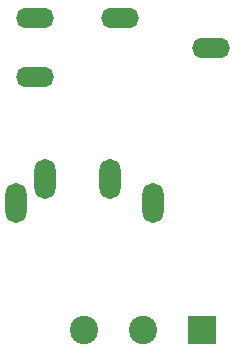
<source format=gbr>
%TF.GenerationSoftware,KiCad,Pcbnew,7.0.2*%
%TF.CreationDate,2024-04-07T07:20:39-07:00*%
%TF.ProjectId,MK-JackAdapter,4d4b2d4a-6163-46b4-9164-61707465722e,1.0*%
%TF.SameCoordinates,Original*%
%TF.FileFunction,Soldermask,Top*%
%TF.FilePolarity,Negative*%
%FSLAX46Y46*%
G04 Gerber Fmt 4.6, Leading zero omitted, Abs format (unit mm)*
G04 Created by KiCad (PCBNEW 7.0.2) date 2024-04-07 07:20:39*
%MOMM*%
%LPD*%
G01*
G04 APERTURE LIST*
%ADD10R,2.400000X2.400000*%
%ADD11C,2.400000*%
%ADD12O,1.804000X3.404000*%
%ADD13O,3.220000X1.712000*%
G04 APERTURE END LIST*
D10*
%TO.C,J3*%
X119277000Y-127421000D03*
D11*
X114277000Y-127421000D03*
X109277000Y-127421000D03*
%TD*%
D12*
%TO.C,J2*%
X103515000Y-116612500D03*
X105915000Y-114612500D03*
X111415000Y-114612500D03*
X115115000Y-116612500D03*
%TD*%
D13*
%TO.C,J1*%
X120015000Y-103505000D03*
X105115000Y-101005000D03*
X105115000Y-106005000D03*
X112315000Y-101005000D03*
%TD*%
M02*

</source>
